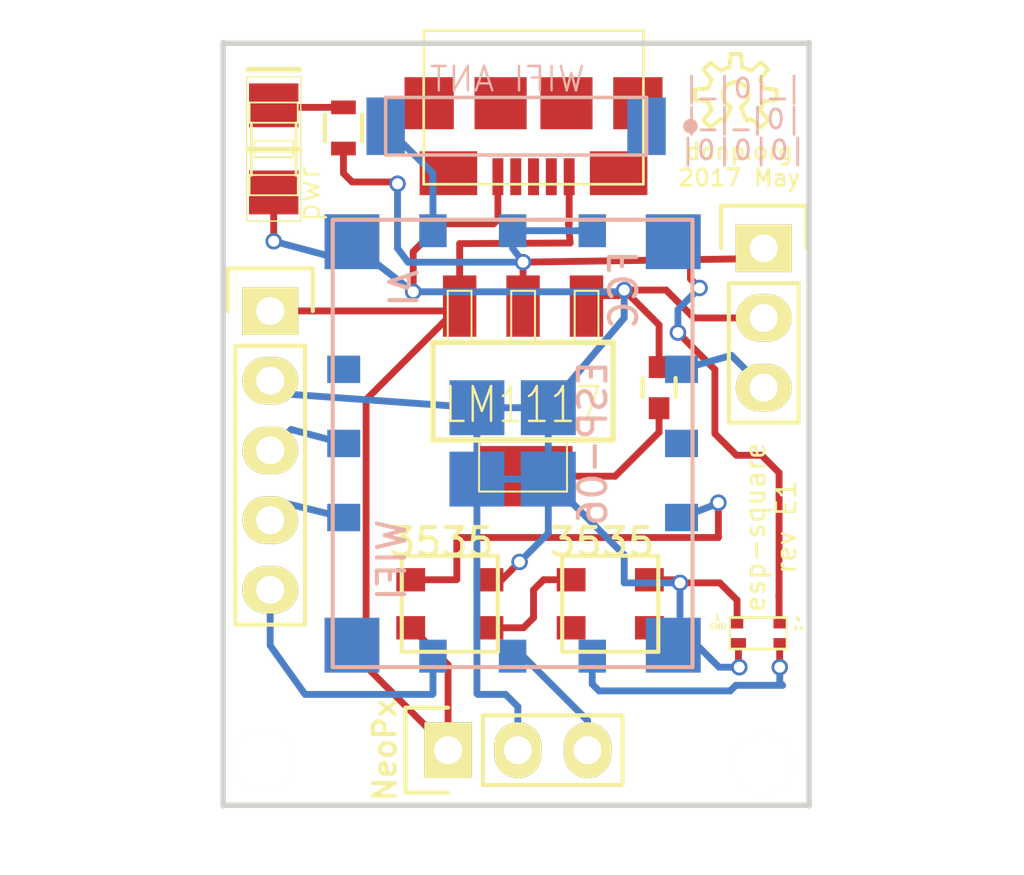
<source format=kicad_pcb>
(kicad_pcb (version 4) (host pcbnew 4.0.5-e0-6337~49~ubuntu16.04.1)

  (general
    (links 0)
    (no_connects 0)
    (area 123.753213 35.8481 161.552287 73.668287)
    (thickness 1.6)
    (drawings 9)
    (tracks 153)
    (zones 0)
    (modules 16)
    (nets 1)
  )

  (page A4)
  (layers
    (0 F.Cu signal)
    (31 B.Cu signal)
    (32 B.Adhes user)
    (33 F.Adhes user)
    (34 B.Paste user)
    (35 F.Paste user)
    (36 B.SilkS user)
    (37 F.SilkS user)
    (38 B.Mask user)
    (39 F.Mask user)
    (40 Dwgs.User user)
    (41 Cmts.User user)
    (42 Eco1.User user)
    (43 Eco2.User user)
    (44 Edge.Cuts user)
    (45 Margin user)
    (46 B.CrtYd user)
    (47 F.CrtYd user)
    (48 B.Fab user)
    (49 F.Fab user)
  )

  (setup
    (last_trace_width 0.25)
    (trace_clearance 0.2)
    (zone_clearance 0.508)
    (zone_45_only no)
    (trace_min 0.2)
    (segment_width 0.2)
    (edge_width 0.2)
    (via_size 0.6)
    (via_drill 0.4)
    (via_min_size 0.4)
    (via_min_drill 0.3)
    (uvia_size 0.3)
    (uvia_drill 0.1)
    (uvias_allowed no)
    (uvia_min_size 0.2)
    (uvia_min_drill 0.1)
    (pcb_text_width 0.3)
    (pcb_text_size 1.5 1.5)
    (mod_edge_width 0.15)
    (mod_text_size 1 1)
    (mod_text_width 0.15)
    (pad_size 0.45 0.35)
    (pad_drill 0)
    (pad_to_mask_clearance 0.2)
    (aux_axis_origin 0 0)
    (visible_elements FFFEFF7F)
    (pcbplotparams
      (layerselection 0x010f0_ffffffff)
      (usegerberextensions true)
      (excludeedgelayer true)
      (linewidth 0.100000)
      (plotframeref false)
      (viasonmask false)
      (mode 1)
      (useauxorigin false)
      (hpglpennumber 1)
      (hpglpenspeed 20)
      (hpglpendiameter 15)
      (hpglpenoverlay 2)
      (psnegative false)
      (psa4output false)
      (plotreference true)
      (plotvalue true)
      (plotinvisibletext false)
      (padsonsilk false)
      (subtractmaskfromsilk false)
      (outputformat 1)
      (mirror false)
      (drillshape 0)
      (scaleselection 1)
      (outputdirectory /home/donp/osh/espsquare))
  )

  (net 0 "")

  (net_class Default "This is the default net class."
    (clearance 0.2)
    (trace_width 0.25)
    (via_dia 0.6)
    (via_drill 0.4)
    (uvia_dia 0.3)
    (uvia_drill 0.1)
  )

  (module ESP8266:ESP-06 (layer B.Cu) (tedit 57B8CC68) (tstamp 56EF2894)
    (at 142.494 52.578 270)
    (fp_text reference ESP-06 (at 0 -2.921 270) (layer B.SilkS)
      (effects (font (size 1 1) (thickness 0.15)) (justify mirror))
    )
    (fp_text value ESP-06 (at 0 0.5 270) (layer F.Fab)
      (effects (font (size 1 1) (thickness 0.15)))
    )
    (fp_text user AI (at -5.65 3.95 270) (layer B.SilkS)
      (effects (font (size 1 1) (thickness 0.15)) (justify mirror))
    )
    (fp_text user WIFI (at 4.25 4.4 270) (layer B.SilkS)
      (effects (font (size 1 1) (thickness 0.15)) (justify mirror))
    )
    (fp_text user FCC (at -5.6 -4.05 270) (layer B.SilkS)
      (effects (font (size 1 1) (thickness 0.15)) (justify mirror))
    )
    (fp_line (start -8.15 -6.55) (end 8.15 -6.55) (layer B.SilkS) (width 0.15))
    (fp_line (start 8.15 -6.55) (end 8.15 6.55) (layer B.SilkS) (width 0.15))
    (fp_line (start 8.15 6.55) (end -8.15 6.55) (layer B.SilkS) (width 0.15))
    (fp_line (start -8.15 6.55) (end -8.15 -6.55) (layer B.SilkS) (width 0.15))
    (pad GND smd rect (at -7.35 5.85 270) (size 2 2) (layers B.Cu B.Paste B.Mask))
    (pad GP5 smd rect (at 7.35 5.85 270) (size 2 2) (layers B.Cu B.Paste B.Mask))
    (pad GP16 smd rect (at -7.35 -5.85 270) (size 2 2) (layers B.Cu B.Paste B.Mask))
    (pad GP15 smd rect (at 7.35 -5.85 270) (size 2 2) (layers B.Cu B.Paste B.Mask))
    (pad GP14 smd rect (at -2.7 -6.15 270) (size 1 1.2) (layers B.Cu B.Paste B.Mask))
    (pad GP12 smd rect (at 0 -6.15 270) (size 1 1.2) (layers B.Cu B.Paste B.Mask))
    (pad GP13 smd rect (at 2.7 -6.15 270) (size 1 1.2) (layers B.Cu B.Paste B.Mask))
    (pad TX smd rect (at 0 6.15 270) (size 1 1.2) (layers B.Cu B.Paste B.Mask))
    (pad RST smd rect (at -2.7 6.15 270) (size 1 1.2) (layers B.Cu B.Paste B.Mask))
    (pad RX smd rect (at 2.7 6.15 270) (size 1 1.2) (layers B.Cu B.Paste B.Mask))
    (pad 3.3 smd rect (at -7.75 0 270) (size 1.2 1) (layers B.Cu B.Paste B.Mask))
    (pad CHPD smd rect (at -7.75 -2.9 270) (size 1.2 1) (layers B.Cu B.Paste B.Mask))
    (pad ANT smd rect (at -7.75 2.9 270) (size 1.2 1) (layers B.Cu B.Paste B.Mask))
    (pad GP2 smd rect (at 7.75 0 270) (size 1.2 1) (layers B.Cu B.Paste B.Mask))
    (pad GP0 smd rect (at 7.75 2.9 270) (size 1.2 1) (layers B.Cu B.Paste B.Mask))
    (pad GP4 smd rect (at 7.75 -2.9 270) (size 1.2 1) (layers B.Cu B.Paste B.Mask))
    (pad GND smd rect (at -1.3 1.3 270) (size 2 2) (layers B.Cu B.Paste B.Mask))
    (pad GND smd rect (at 1.3 1.3 270) (size 2 2) (layers B.Cu B.Paste B.Mask))
    (pad GND smd rect (at -1.3 -1.3 270) (size 2 2) (layers B.Cu B.Paste B.Mask))
    (pad GND smd rect (at 1.3 -1.3 270) (size 2 2) (layers B.Cu B.Paste B.Mask))
  )

  (module ws2812:3535 (layer F.Cu) (tedit 57B9E32A) (tstamp 57DD5BD7)
    (at 146.05 58.42 180)
    (fp_text reference 3535 (at 0.3 2.25 180) (layer F.SilkS)
      (effects (font (size 1 1) (thickness 0.15)))
    )
    (fp_text value 3535 (at 0.05 -2.2 180) (layer F.Fab)
      (effects (font (size 1 1) (thickness 0.15)))
    )
    (fp_line (start 1.75 1.75) (end -1.75 1.75) (layer F.SilkS) (width 0.15))
    (fp_line (start -1.75 1.75) (end -1.75 -1.75) (layer F.SilkS) (width 0.15))
    (fp_line (start 1.75 -1.75) (end 1.75 1.75) (layer F.SilkS) (width 0.15))
    (fp_line (start -1.75 -1.75) (end 1.7 -1.75) (layer F.SilkS) (width 0.15))
    (pad IN smd rect (at 1.325 0.875 180) (size 1.05 0.85) (drill (offset 0.1 0)) (layers F.Cu F.Paste F.Mask))
    (pad VDD smd rect (at 1.325 -0.875 180) (size 1.05 0.85) (drill (offset 0.1 0)) (layers F.Cu F.Paste F.Mask))
    (pad VSS smd rect (at -1.325 0.875 180) (size 1.05 0.85) (drill (offset -0.1 0)) (layers F.Cu F.Paste F.Mask))
    (pad OUT smd rect (at -1.325 -0.875 180) (size 1.05 0.85) (drill (offset -0.1 0)) (layers F.Cu F.Paste F.Mask))
  )

  (module Mounting_Holes:MountingHole_2.2mm_M2 (layer F.Cu) (tedit 57BC20FF) (tstamp 57BE41FB)
    (at 133.477 64.135)
    (descr "Mounting Hole 2.2mm, no annular, M2")
    (tags "mounting hole 2.2mm no annular m2")
    (fp_text reference "" (at 0 -3.2) (layer F.SilkS)
      (effects (font (size 1 1) (thickness 0.15)))
    )
    (fp_text value MountingHole_2.2mm_M2 (at 0 3.2) (layer F.Fab)
      (effects (font (size 1 1) (thickness 0.15)))
    )
    (fp_circle (center 0 0) (end 2.2 0) (layer Cmts.User) (width 0.15))
    (fp_circle (center 0 0) (end 2.45 0) (layer F.CrtYd) (width 0.05))
    (pad 1 np_thru_hole circle (at 0 0) (size 2.2 2.2) (drill 2.2) (layers *.Cu *.Mask F.SilkS))
  )

  (module Pin_Headers:Pin_Header_Straight_1x03 (layer F.Cu) (tedit 57B8E39A) (tstamp 57BC01B3)
    (at 151.638 45.466)
    (descr "Through hole pin header")
    (tags "pin header")
    (fp_text reference "" (at 0 -2.3) (layer F.SilkS)
      (effects (font (size 0.8 0.9) (thickness 0.15)))
    )
    (fp_text value Pin_Header_Straight_1x03 (at 0 -3.1) (layer F.Fab) hide
      (effects (font (size 1 1) (thickness 0.15)))
    )
    (fp_line (start -1.75 -1.75) (end -1.75 6.85) (layer F.CrtYd) (width 0.05))
    (fp_line (start 1.75 -1.75) (end 1.75 6.85) (layer F.CrtYd) (width 0.05))
    (fp_line (start -1.75 -1.75) (end 1.75 -1.75) (layer F.CrtYd) (width 0.05))
    (fp_line (start -1.75 6.85) (end 1.75 6.85) (layer F.CrtYd) (width 0.05))
    (fp_line (start -1.27 1.27) (end -1.27 6.35) (layer F.SilkS) (width 0.15))
    (fp_line (start -1.27 6.35) (end 1.27 6.35) (layer F.SilkS) (width 0.15))
    (fp_line (start 1.27 6.35) (end 1.27 1.27) (layer F.SilkS) (width 0.15))
    (fp_line (start 1.55 -1.55) (end 1.55 0) (layer F.SilkS) (width 0.15))
    (fp_line (start 1.27 1.27) (end -1.27 1.27) (layer F.SilkS) (width 0.15))
    (fp_line (start -1.55 0) (end -1.55 -1.55) (layer F.SilkS) (width 0.15))
    (fp_line (start -1.55 -1.55) (end 1.55 -1.55) (layer F.SilkS) (width 0.15))
    (pad 1 thru_hole rect (at 0 0) (size 2.032 1.7272) (drill 1.016) (layers *.Cu *.Mask F.SilkS))
    (pad 2 thru_hole oval (at 0 2.54) (size 2.032 1.7272) (drill 1.016) (layers *.Cu *.Mask F.SilkS))
    (pad 3 thru_hole oval (at 0 5.08) (size 2.032 1.7272) (drill 1.016) (layers *.Cu *.Mask F.SilkS))
    (model Pin_Headers.3dshapes/Pin_Header_Straight_1x03.wrl
      (at (xyz 0 -0.1 0))
      (scale (xyz 1 1 1))
      (rotate (xyz 0 0 90))
    )
    (model Pin_Headers.3dshapes/Pin_Header_Straight_1x03.wrl
      (at (xyz 0 -0.1 0))
      (scale (xyz 1 1 1))
      (rotate (xyz 0 0 90))
    )
    (model Pin_Headers.3dshapes/Pin_Header_Straight_1x03.wrl
      (at (xyz 0 -0.1 0))
      (scale (xyz 1 1 1))
      (rotate (xyz 0 0 90))
    )
    (model Pin_Headers.3dshapes/Pin_Header_Straight_1x03.wrl
      (at (xyz 0 -0.1 0))
      (scale (xyz 1 1 1))
      (rotate (xyz 0 0 90))
    )
  )

  (module aalay:aalay-LED1206 (layer F.Cu) (tedit 57B713D9) (tstamp 56F9A37D)
    (at 133.7945 41.8465 90)
    (attr smd)
    (fp_text reference pwr (at -1.651 1.27 90) (layer F.SilkS)
      (effects (font (size 0.8 0.8) (thickness 0.0889)))
    )
    (fp_text value >VALUE (at 0.508 2.032 90) (layer B.SilkS) hide
      (effects (font (size 1.016 1.016) (thickness 0.0889)) (justify mirror))
    )
    (fp_line (start -1.6891 0.8763) (end -0.9525 0.8763) (layer F.SilkS) (width 0.06604))
    (fp_line (start -0.9525 0.8763) (end -0.9525 -0.8763) (layer F.SilkS) (width 0.06604))
    (fp_line (start -1.6891 -0.8763) (end -0.9525 -0.8763) (layer F.SilkS) (width 0.06604))
    (fp_line (start -1.6891 0.8763) (end -1.6891 -0.8763) (layer F.SilkS) (width 0.06604))
    (fp_line (start 0.9525 0.8763) (end 1.6891 0.8763) (layer F.SilkS) (width 0.06604))
    (fp_line (start 1.6891 0.8763) (end 1.6891 -0.8763) (layer F.SilkS) (width 0.06604))
    (fp_line (start 0.9525 -0.8763) (end 1.6891 -0.8763) (layer F.SilkS) (width 0.06604))
    (fp_line (start 0.9525 0.8763) (end 0.9525 -0.8763) (layer F.SilkS) (width 0.06604))
    (fp_line (start -0.29972 0.6985) (end 0.29972 0.6985) (layer F.SilkS) (width 0.06604))
    (fp_line (start 0.29972 0.6985) (end 0.29972 -0.6985) (layer F.SilkS) (width 0.06604))
    (fp_line (start -0.29972 -0.6985) (end 0.29972 -0.6985) (layer F.SilkS) (width 0.06604))
    (fp_line (start -0.29972 0.6985) (end -0.29972 -0.6985) (layer F.SilkS) (width 0.06604))
    (fp_line (start 0.9525 0.8128) (end -0.9652 0.8128) (layer F.SilkS) (width 0.1016))
    (fp_line (start 0.9525 -0.8128) (end -0.9652 -0.8128) (layer F.SilkS) (width 0.1016))
    (fp_line (start -2.63144 -0.98298) (end 2.63144 -0.98298) (layer F.SilkS) (width 0.0508))
    (fp_line (start 2.63144 -0.98298) (end 2.63144 0.98298) (layer F.SilkS) (width 0.0508))
    (fp_line (start 2.63144 0.98298) (end -2.63144 0.98298) (layer F.SilkS) (width 0.0508))
    (fp_line (start -2.63144 0.98298) (end -2.63144 -0.98298) (layer F.SilkS) (width 0.0508))
    (fp_line (start -0.03048 0.93472) (end -0.03048 -0.93472) (layer F.SilkS) (width 0.2032))
    (fp_line (start 2.88798 0.93472) (end 2.88798 -0.93472) (layer F.SilkS) (width 0.2032))
    (pad A smd rect (at -1.5875 0 90) (size 1.59766 1.80086) (layers F.Cu F.Paste F.Mask))
    (pad K smd rect (at 1.5875 0 90) (size 1.59766 1.80086) (layers F.Cu F.Paste F.Mask))
  )

  (module Pin_Headers:Pin_Header_Straight_1x03 (layer F.Cu) (tedit 57B8E513) (tstamp 56F7230E)
    (at 140.1445 63.754 90)
    (descr "Through hole pin header")
    (tags "pin header")
    (fp_text reference NeoPx (at 0 -2.3 90) (layer F.SilkS)
      (effects (font (size 0.8 0.8) (thickness 0.15)))
    )
    (fp_text value Pin_Header_Straight_1x03 (at 0 -3.1 90) (layer F.Fab) hide
      (effects (font (size 1 1) (thickness 0.15)))
    )
    (fp_line (start -1.75 -1.75) (end -1.75 6.85) (layer F.CrtYd) (width 0.05))
    (fp_line (start 1.75 -1.75) (end 1.75 6.85) (layer F.CrtYd) (width 0.05))
    (fp_line (start -1.75 -1.75) (end 1.75 -1.75) (layer F.CrtYd) (width 0.05))
    (fp_line (start -1.75 6.85) (end 1.75 6.85) (layer F.CrtYd) (width 0.05))
    (fp_line (start -1.27 1.27) (end -1.27 6.35) (layer F.SilkS) (width 0.15))
    (fp_line (start -1.27 6.35) (end 1.27 6.35) (layer F.SilkS) (width 0.15))
    (fp_line (start 1.27 6.35) (end 1.27 1.27) (layer F.SilkS) (width 0.15))
    (fp_line (start 1.55 -1.55) (end 1.55 0) (layer F.SilkS) (width 0.15))
    (fp_line (start 1.27 1.27) (end -1.27 1.27) (layer F.SilkS) (width 0.15))
    (fp_line (start -1.55 0) (end -1.55 -1.55) (layer F.SilkS) (width 0.15))
    (fp_line (start -1.55 -1.55) (end 1.55 -1.55) (layer F.SilkS) (width 0.15))
    (pad 1 thru_hole rect (at 0 0 90) (size 2.032 1.7272) (drill 1.016) (layers *.Cu *.Mask F.SilkS))
    (pad 2 thru_hole oval (at 0 2.54 90) (size 2.032 1.7272) (drill 1.016) (layers *.Cu *.Mask F.SilkS))
    (pad 3 thru_hole oval (at 0 5.08 90) (size 2.032 1.7272) (drill 1.016) (layers *.Cu *.Mask F.SilkS))
    (model Pin_Headers.3dshapes/Pin_Header_Straight_1x03.wrl
      (at (xyz 0 -0.1 0))
      (scale (xyz 1 1 1))
      (rotate (xyz 0 0 90))
    )
    (model Pin_Headers.3dshapes/Pin_Header_Straight_1x03.wrl
      (at (xyz 0 -0.1 0))
      (scale (xyz 1 1 1))
      (rotate (xyz 0 0 90))
    )
  )

  (module aalay:aalay-SOT223 (layer F.Cu) (tedit 56F70B8E) (tstamp 56F03C8A)
    (at 142.875 50.673 180)
    (descr "SOT223 PACKAGE")
    (tags "SOT223 PACKAGE")
    (attr smd)
    (fp_text reference LM1117 (at 0 -0.5 180) (layer F.SilkS)
      (effects (font (size 1.27 1) (thickness 0.0889)))
    )
    (fp_text value >VALUE (at 1.27 0.6858 180) (layer B.SilkS) hide
      (effects (font (size 1.27 1.27) (thickness 0.0889)) (justify mirror))
    )
    (fp_line (start -1.6002 -1.80086) (end 1.6002 -1.80086) (layer F.SilkS) (width 0.06604))
    (fp_line (start 1.6002 -1.80086) (end 1.6002 -3.6576) (layer F.SilkS) (width 0.06604))
    (fp_line (start -1.6002 -3.6576) (end 1.6002 -3.6576) (layer F.SilkS) (width 0.06604))
    (fp_line (start -1.6002 -1.80086) (end -1.6002 -3.6576) (layer F.SilkS) (width 0.06604))
    (fp_line (start -0.4318 3.6576) (end 0.4318 3.6576) (layer F.SilkS) (width 0.06604))
    (fp_line (start 0.4318 3.6576) (end 0.4318 1.80086) (layer F.SilkS) (width 0.06604))
    (fp_line (start -0.4318 1.80086) (end 0.4318 1.80086) (layer F.SilkS) (width 0.06604))
    (fp_line (start -0.4318 3.6576) (end -0.4318 1.80086) (layer F.SilkS) (width 0.06604))
    (fp_line (start -2.7432 3.6576) (end -1.8796 3.6576) (layer F.SilkS) (width 0.06604))
    (fp_line (start -1.8796 3.6576) (end -1.8796 1.80086) (layer F.SilkS) (width 0.06604))
    (fp_line (start -2.7432 1.80086) (end -1.8796 1.80086) (layer F.SilkS) (width 0.06604))
    (fp_line (start -2.7432 3.6576) (end -2.7432 1.80086) (layer F.SilkS) (width 0.06604))
    (fp_line (start 1.8796 3.6576) (end 2.7432 3.6576) (layer F.SilkS) (width 0.06604))
    (fp_line (start 2.7432 3.6576) (end 2.7432 1.80086) (layer F.SilkS) (width 0.06604))
    (fp_line (start 1.8796 1.80086) (end 2.7432 1.80086) (layer F.SilkS) (width 0.06604))
    (fp_line (start 1.8796 3.6576) (end 1.8796 1.80086) (layer F.SilkS) (width 0.06604))
    (fp_line (start -1.6002 -1.80086) (end 1.6002 -1.80086) (layer F.SilkS) (width 0.06604))
    (fp_line (start 1.6002 -1.80086) (end 1.6002 -3.6576) (layer F.SilkS) (width 0.06604))
    (fp_line (start -1.6002 -3.6576) (end 1.6002 -3.6576) (layer F.SilkS) (width 0.06604))
    (fp_line (start -1.6002 -1.80086) (end -1.6002 -3.6576) (layer F.SilkS) (width 0.06604))
    (fp_line (start -0.4318 3.6576) (end 0.4318 3.6576) (layer F.SilkS) (width 0.06604))
    (fp_line (start 0.4318 3.6576) (end 0.4318 1.80086) (layer F.SilkS) (width 0.06604))
    (fp_line (start -0.4318 1.80086) (end 0.4318 1.80086) (layer F.SilkS) (width 0.06604))
    (fp_line (start -0.4318 3.6576) (end -0.4318 1.80086) (layer F.SilkS) (width 0.06604))
    (fp_line (start -2.7432 3.6576) (end -1.8796 3.6576) (layer F.SilkS) (width 0.06604))
    (fp_line (start -1.8796 3.6576) (end -1.8796 1.80086) (layer F.SilkS) (width 0.06604))
    (fp_line (start -2.7432 1.80086) (end -1.8796 1.80086) (layer F.SilkS) (width 0.06604))
    (fp_line (start -2.7432 3.6576) (end -2.7432 1.80086) (layer F.SilkS) (width 0.06604))
    (fp_line (start 1.8796 3.6576) (end 2.7432 3.6576) (layer F.SilkS) (width 0.06604))
    (fp_line (start 2.7432 3.6576) (end 2.7432 1.80086) (layer F.SilkS) (width 0.06604))
    (fp_line (start 1.8796 1.80086) (end 2.7432 1.80086) (layer F.SilkS) (width 0.06604))
    (fp_line (start 1.8796 3.6576) (end 1.8796 1.80086) (layer F.SilkS) (width 0.06604))
    (fp_line (start 3.2766 -1.778) (end 3.2766 1.778) (layer F.SilkS) (width 0.2032))
    (fp_line (start 3.2766 1.778) (end -3.2766 1.778) (layer F.SilkS) (width 0.2032))
    (fp_line (start -3.2766 1.778) (end -3.2766 -1.778) (layer F.SilkS) (width 0.2032))
    (fp_line (start -3.2766 -1.778) (end 3.2766 -1.778) (layer F.SilkS) (width 0.2032))
    (pad GND smd rect (at -2.30886 3.0988 180) (size 1.21666 2.23266) (layers F.Cu F.Paste F.Mask))
    (pad OUT smd rect (at 0 3.0988 180) (size 1.21666 2.23266) (layers F.Cu F.Paste F.Mask))
    (pad IN smd rect (at 2.30886 3.0988 180) (size 1.21666 2.23266) (layers F.Cu F.Paste F.Mask))
    (pad OUT smd rect (at 0 -3.0988 180) (size 3.59918 2.19964) (layers F.Cu F.Paste F.Mask))
  )

  (module OPL-Antenna:OPL-Antenna-ANT2-SMD-9.5X2.1X1.0MM (layer B.Cu) (tedit 577AC5CE) (tstamp 56EF2E24)
    (at 142.621 41.021 180)
    (attr smd)
    (fp_text reference "WIFI ANT" (at 0.3175 1.7145 180) (layer B.SilkS)
      (effects (font (size 0.889 0.889) (thickness 0.0889)) (justify mirror))
    )
    (fp_text value >VALUE (at 0.762 -2.0955 180) (layer F.SilkS) hide
      (effects (font (size 0.889 0.889) (thickness 0.0889)))
    )
    (fp_line (start -4.7498 -1.04902) (end 4.7498 -1.04902) (layer B.SilkS) (width 0.06604))
    (fp_line (start 4.7498 -1.04902) (end 4.7498 1.04902) (layer B.SilkS) (width 0.06604))
    (fp_line (start -4.7498 1.04902) (end 4.7498 1.04902) (layer B.SilkS) (width 0.06604))
    (fp_line (start -4.7498 -1.04902) (end -4.7498 1.04902) (layer B.SilkS) (width 0.06604))
    (fp_line (start -4.7498 1.04902) (end 4.7498 1.04902) (layer B.SilkS) (width 0.127))
    (fp_line (start 4.7498 1.04902) (end 4.7498 -1.04902) (layer B.SilkS) (width 0.127))
    (fp_line (start 4.7498 -1.04902) (end -4.7498 -1.04902) (layer B.SilkS) (width 0.127))
    (fp_line (start -4.7498 -1.04902) (end -4.7498 1.04902) (layer B.SilkS) (width 0.127))
    (fp_circle (center -6.35 0) (end -6.5405 -0.1905) (layer B.SilkS) (width 0))
    (pad 1 smd rect (at -4.7498 0 180) (size 1.39954 2.09804) (layers B.Cu B.Paste B.Mask))
    (pad 2 smd rect (at 4.7498 0 180) (size 1.39954 2.09804) (layers B.Cu B.Paste B.Mask))
  )

  (module Resistors_SMD:R_0603 (layer F.Cu) (tedit 57B8D37B) (tstamp 577AC355)
    (at 136.3345 41.0845 90)
    (descr "Resistor SMD 0603, reflow soldering, Vishay (see dcrcw.pdf)")
    (tags "resistor 0603")
    (attr smd)
    (fp_text reference "" (at 0 -1.9 90) (layer F.SilkS)
      (effects (font (size 1 1) (thickness 0.15)))
    )
    (fp_text value R_0603 (at 0 1.9 90) (layer F.Fab)
      (effects (font (size 0.5 0.5) (thickness 0.125)))
    )
    (fp_line (start -1.3 -0.8) (end 1.3 -0.8) (layer F.CrtYd) (width 0.05))
    (fp_line (start -1.3 0.8) (end 1.3 0.8) (layer F.CrtYd) (width 0.05))
    (fp_line (start -1.3 -0.8) (end -1.3 0.8) (layer F.CrtYd) (width 0.05))
    (fp_line (start 1.3 -0.8) (end 1.3 0.8) (layer F.CrtYd) (width 0.05))
    (fp_line (start 0.5 0.675) (end -0.5 0.675) (layer F.SilkS) (width 0.15))
    (fp_line (start -0.5 -0.675) (end 0.5 -0.675) (layer F.SilkS) (width 0.15))
    (pad 1 smd rect (at -0.75 0 90) (size 0.5 0.9) (layers F.Cu F.Paste F.Mask))
    (pad 2 smd rect (at 0.75 0 90) (size 0.5 0.9) (layers F.Cu F.Paste F.Mask))
    (model Resistors_SMD.3dshapes/R_0603.wrl
      (at (xyz 0 0 0))
      (scale (xyz 1 1 1))
      (rotate (xyz 0 0 0))
    )
    (model Resistors_SMD.3dshapes/R_0603.wrl
      (at (xyz 0 0 0))
      (scale (xyz 1 1 1))
      (rotate (xyz 0 0 0))
    )
    (model Resistors_SMD.3dshapes/R_0603.wrl
      (at (xyz 0 0 0))
      (scale (xyz 1 1 1))
      (rotate (xyz 0 0 0))
    )
    (model Resistors_SMD.3dshapes/R_0603.wrl
      (at (xyz 0 0 0))
      (scale (xyz 1 1 1))
      (rotate (xyz 0 0 0))
    )
  )

  (module Capacitors_SMD:C_0603 (layer F.Cu) (tedit 57B556AC) (tstamp 57B66417)
    (at 147.828 50.546 90)
    (descr "Capacitor SMD 0603, reflow soldering, AVX (see smccp.pdf)")
    (tags "capacitor 0603")
    (attr smd)
    (fp_text reference "" (at 0 -1.9 90) (layer F.SilkS)
      (effects (font (size 1 1) (thickness 0.15)))
    )
    (fp_text value C_0603 (at 0 1.9 90) (layer F.Fab)
      (effects (font (size 1 1) (thickness 0.15)))
    )
    (fp_line (start -1.45 -0.75) (end 1.45 -0.75) (layer F.CrtYd) (width 0.05))
    (fp_line (start -1.45 0.75) (end 1.45 0.75) (layer F.CrtYd) (width 0.05))
    (fp_line (start -1.45 -0.75) (end -1.45 0.75) (layer F.CrtYd) (width 0.05))
    (fp_line (start 1.45 -0.75) (end 1.45 0.75) (layer F.CrtYd) (width 0.05))
    (fp_line (start -0.35 -0.6) (end 0.35 -0.6) (layer F.SilkS) (width 0.15))
    (fp_line (start 0.35 0.6) (end -0.35 0.6) (layer F.SilkS) (width 0.15))
    (pad 1 smd rect (at -0.75 0 90) (size 0.8 0.75) (layers F.Cu F.Paste F.Mask))
    (pad 2 smd rect (at 0.75 0 90) (size 0.8 0.75) (layers F.Cu F.Paste F.Mask))
    (model Capacitors_SMD.3dshapes/C_0603.wrl
      (at (xyz 0 0 0))
      (scale (xyz 1 1 1))
      (rotate (xyz 0 0 0))
    )
    (model Capacitors_SMD.3dshapes/C_0603.wrl
      (at (xyz 0 0 0))
      (scale (xyz 1 1 1))
      (rotate (xyz 0 0 0))
    )
  )

  (module aalay:aalay-OSHW_LOGO_S (layer F.Cu) (tedit 200000) (tstamp 57B820CA)
    (at 150.622 39.878)
    (attr virtual)
    (fp_text reference "" (at 0 0) (layer F.SilkS)
      (effects (font (thickness 0.15)))
    )
    (fp_text value "" (at 0 0) (layer F.SilkS)
      (effects (font (thickness 0.15)))
    )
    (fp_line (start 0.3937 0.9525) (end 0.5461 0.87376) (layer F.SilkS) (width 0.14986))
    (fp_line (start 0.5461 0.87376) (end 0.92202 1.1811) (layer F.SilkS) (width 0.14986))
    (fp_line (start 0.92202 1.1811) (end 1.1811 0.92202) (layer F.SilkS) (width 0.14986))
    (fp_line (start 1.1811 0.92202) (end 0.87376 0.5461) (layer F.SilkS) (width 0.14986))
    (fp_line (start 0.87376 0.5461) (end 0.9525 0.3937) (layer F.SilkS) (width 0.14986))
    (fp_line (start 0.9525 0.3937) (end 1.0033 0.23114) (layer F.SilkS) (width 0.14986))
    (fp_line (start 1.0033 0.23114) (end 1.48844 0.18034) (layer F.SilkS) (width 0.14986))
    (fp_line (start 1.48844 0.18034) (end 1.48844 -0.18034) (layer F.SilkS) (width 0.14986))
    (fp_line (start 1.48844 -0.18034) (end 1.0033 -0.23114) (layer F.SilkS) (width 0.14986))
    (fp_line (start 1.0033 -0.23114) (end 0.9525 -0.3937) (layer F.SilkS) (width 0.14986))
    (fp_line (start 0.9525 -0.3937) (end 0.87376 -0.5461) (layer F.SilkS) (width 0.14986))
    (fp_line (start 0.87376 -0.5461) (end 1.1811 -0.92202) (layer F.SilkS) (width 0.14986))
    (fp_line (start 1.1811 -0.92202) (end 0.92202 -1.1811) (layer F.SilkS) (width 0.14986))
    (fp_line (start 0.92202 -1.1811) (end 0.5461 -0.87376) (layer F.SilkS) (width 0.14986))
    (fp_line (start 0.5461 -0.87376) (end 0.3937 -0.9525) (layer F.SilkS) (width 0.14986))
    (fp_line (start 0.3937 -0.9525) (end 0.23114 -1.0033) (layer F.SilkS) (width 0.14986))
    (fp_line (start 0.23114 -1.0033) (end 0.18034 -1.48844) (layer F.SilkS) (width 0.14986))
    (fp_line (start 0.18034 -1.48844) (end -0.18034 -1.48844) (layer F.SilkS) (width 0.14986))
    (fp_line (start -0.18034 -1.48844) (end -0.23114 -1.0033) (layer F.SilkS) (width 0.14986))
    (fp_line (start -0.23114 -1.0033) (end -0.3937 -0.9525) (layer F.SilkS) (width 0.14986))
    (fp_line (start -0.3937 -0.9525) (end -0.5461 -0.87376) (layer F.SilkS) (width 0.14986))
    (fp_line (start -0.5461 -0.87376) (end -0.92202 -1.1811) (layer F.SilkS) (width 0.14986))
    (fp_line (start -0.92202 -1.1811) (end -1.1811 -0.92202) (layer F.SilkS) (width 0.14986))
    (fp_line (start -1.1811 -0.92202) (end -0.87376 -0.5461) (layer F.SilkS) (width 0.14986))
    (fp_line (start -0.87376 -0.5461) (end -0.9525 -0.3937) (layer F.SilkS) (width 0.14986))
    (fp_line (start -0.9525 -0.3937) (end -1.0033 -0.23114) (layer F.SilkS) (width 0.14986))
    (fp_line (start -1.0033 -0.23114) (end -1.48844 -0.18034) (layer F.SilkS) (width 0.14986))
    (fp_line (start -1.48844 -0.18034) (end -1.48844 0.18034) (layer F.SilkS) (width 0.14986))
    (fp_line (start -1.48844 0.18034) (end -1.0033 0.23114) (layer F.SilkS) (width 0.14986))
    (fp_line (start -1.0033 0.23114) (end -0.9525 0.3937) (layer F.SilkS) (width 0.14986))
    (fp_line (start -0.9525 0.3937) (end -0.87376 0.5461) (layer F.SilkS) (width 0.14986))
    (fp_line (start -0.87376 0.5461) (end -1.1811 0.92202) (layer F.SilkS) (width 0.14986))
    (fp_line (start -1.1811 0.92202) (end -0.92202 1.1811) (layer F.SilkS) (width 0.14986))
    (fp_line (start -0.92202 1.1811) (end -0.5461 0.87376) (layer F.SilkS) (width 0.14986))
    (fp_line (start -0.5461 0.87376) (end -0.3937 0.9525) (layer F.SilkS) (width 0.14986))
    (fp_line (start -0.3937 0.9525) (end -0.1778 0.4318) (layer F.SilkS) (width 0.14986))
    (fp_line (start -0.1778 0.4318) (end -0.27432 0.37846) (layer F.SilkS) (width 0.14986))
    (fp_line (start -0.27432 0.37846) (end -0.3556 0.30226) (layer F.SilkS) (width 0.14986))
    (fp_line (start -0.3556 0.30226) (end -0.41656 0.21082) (layer F.SilkS) (width 0.14986))
    (fp_line (start -0.41656 0.21082) (end -0.45466 0.10922) (layer F.SilkS) (width 0.14986))
    (fp_line (start -0.45466 0.10922) (end -0.46736 0) (layer F.SilkS) (width 0.14986))
    (fp_line (start -0.46736 0) (end -0.45466 -0.10922) (layer F.SilkS) (width 0.14986))
    (fp_line (start -0.45466 -0.10922) (end -0.41402 -0.2159) (layer F.SilkS) (width 0.14986))
    (fp_line (start -0.41402 -0.2159) (end -0.35052 -0.30734) (layer F.SilkS) (width 0.14986))
    (fp_line (start -0.35052 -0.30734) (end -0.2667 -0.38354) (layer F.SilkS) (width 0.14986))
    (fp_line (start -0.2667 -0.38354) (end -0.16764 -0.43434) (layer F.SilkS) (width 0.14986))
    (fp_line (start -0.16764 -0.43434) (end -0.06096 -0.46228) (layer F.SilkS) (width 0.14986))
    (fp_line (start -0.06096 -0.46228) (end 0.0508 -0.46482) (layer F.SilkS) (width 0.14986))
    (fp_line (start 0.0508 -0.46482) (end 0.16002 -0.43942) (layer F.SilkS) (width 0.14986))
    (fp_line (start 0.16002 -0.43942) (end 0.25908 -0.38862) (layer F.SilkS) (width 0.14986))
    (fp_line (start 0.25908 -0.38862) (end 0.34544 -0.31496) (layer F.SilkS) (width 0.14986))
    (fp_line (start 0.34544 -0.31496) (end 0.40894 -0.22352) (layer F.SilkS) (width 0.14986))
    (fp_line (start 0.40894 -0.22352) (end 0.45212 -0.11938) (layer F.SilkS) (width 0.14986))
    (fp_line (start 0.45212 -0.11938) (end 0.46736 -0.01016) (layer F.SilkS) (width 0.14986))
    (fp_line (start 0.46736 -0.01016) (end 0.4572 0.09906) (layer F.SilkS) (width 0.14986))
    (fp_line (start 0.4572 0.09906) (end 0.4191 0.20574) (layer F.SilkS) (width 0.14986))
    (fp_line (start 0.4191 0.20574) (end 0.35814 0.29972) (layer F.SilkS) (width 0.14986))
    (fp_line (start 0.35814 0.29972) (end 0.27686 0.37592) (layer F.SilkS) (width 0.14986))
    (fp_line (start 0.27686 0.37592) (end 0.1778 0.4318) (layer F.SilkS) (width 0.14986))
    (fp_line (start 0.1778 0.4318) (end 0.3937 0.9525) (layer F.SilkS) (width 0.14986))
  )

  (module open-project:MICRO-B_USB (layer F.Cu) (tedit 57DD5C72) (tstamp 57BAEA7E)
    (at 143.256 38.735 180)
    (fp_text reference "" (at 0 -5.842 180) (layer F.SilkS)
      (effects (font (size 0.762 0.762) (thickness 0.127)))
    )
    (fp_text value "" (at -0.05 2.09 180) (layer F.SilkS)
      (effects (font (size 0.762 0.762) (thickness 0.127)))
    )
    (fp_line (start -4.0005 1.00076) (end -4.0005 1.19888) (layer F.SilkS) (width 0.09906))
    (fp_line (start 4.0005 1.00076) (end 4.0005 1.19888) (layer F.SilkS) (width 0.09906))
    (fp_line (start -4.0005 -4.39928) (end 4.0005 -4.39928) (layer F.SilkS) (width 0.09906))
    (fp_line (start 4.0005 -4.39928) (end 4.0005 1.00076) (layer F.SilkS) (width 0.09906))
    (fp_line (start 4.0005 1.19888) (end -4.0005 1.19888) (layer F.SilkS) (width 0.09906))
    (fp_line (start -4.0005 1.00076) (end -4.0005 -4.39928) (layer F.SilkS) (width 0.09906))
    (pad "" smd rect (at -1.19888 -1.4478 180) (size 1.89738 1.89738) (layers F.Cu F.Paste F.Mask))
    (pad "" smd rect (at 1.19888 -1.4478 180) (size 1.89992 1.89738) (layers F.Cu F.Paste F.Mask))
    (pad "" smd rect (at 3.79984 -1.4478 180) (size 1.79578 1.89738) (layers F.Cu F.Paste F.Mask))
    (pad "" smd rect (at -3.0988 -3.99796 180) (size 2.0955 1.59766) (layers F.Cu F.Paste F.Mask))
    (pad +5 smd rect (at -1.29794 -4.12496 180) (size 0.39878 1.3462) (layers F.Cu F.Paste F.Mask)
      (clearance 0.2032))
    (pad 2 smd rect (at -0.6477 -4.12496 180) (size 0.39878 1.3462) (layers F.Cu F.Paste F.Mask)
      (clearance 0.2032))
    (pad 3 smd rect (at 0 -4.12496 180) (size 0.39878 1.3462) (layers F.Cu F.Paste F.Mask)
      (clearance 0.2032))
    (pad 4 smd rect (at 0.6477 -4.12496 180) (size 0.39878 1.3462) (layers F.Cu F.Paste F.Mask)
      (clearance 0.2032))
    (pad GND smd rect (at 1.29794 -4.12496 180) (size 0.39878 1.3462) (layers F.Cu F.Paste F.Mask)
      (clearance 0.2032))
    (pad "" smd rect (at 3.0988 -3.99796 180) (size 2.0955 1.59766) (layers F.Cu F.Paste F.Mask))
    (pad "" smd rect (at -3.79984 -1.4478 180) (size 1.79578 1.89738) (layers F.Cu F.Paste F.Mask))
  )

  (module Pin_Headers:Pin_Header_Straight_1x05 (layer F.Cu) (tedit 57B8E008) (tstamp 57BBFF38)
    (at 133.6675 47.752)
    (descr "Through hole pin header")
    (tags "pin header")
    (fp_text reference "" (at 0 -5.1) (layer F.SilkS)
      (effects (font (size 1 1) (thickness 0.15)))
    )
    (fp_text value Pin_Header_Straight_1x05 (at 0 -3.1) (layer F.Fab)
      (effects (font (size 1 1) (thickness 0.15)))
    )
    (fp_line (start -1.55 0) (end -1.55 -1.55) (layer F.SilkS) (width 0.15))
    (fp_line (start -1.55 -1.55) (end 1.55 -1.55) (layer F.SilkS) (width 0.15))
    (fp_line (start 1.55 -1.55) (end 1.55 0) (layer F.SilkS) (width 0.15))
    (fp_line (start -1.75 -1.75) (end -1.75 11.95) (layer F.CrtYd) (width 0.05))
    (fp_line (start 1.75 -1.75) (end 1.75 11.95) (layer F.CrtYd) (width 0.05))
    (fp_line (start -1.75 -1.75) (end 1.75 -1.75) (layer F.CrtYd) (width 0.05))
    (fp_line (start -1.75 11.95) (end 1.75 11.95) (layer F.CrtYd) (width 0.05))
    (fp_line (start 1.27 1.27) (end 1.27 11.43) (layer F.SilkS) (width 0.15))
    (fp_line (start 1.27 11.43) (end -1.27 11.43) (layer F.SilkS) (width 0.15))
    (fp_line (start -1.27 11.43) (end -1.27 1.27) (layer F.SilkS) (width 0.15))
    (fp_line (start 1.27 1.27) (end -1.27 1.27) (layer F.SilkS) (width 0.15))
    (pad 1 thru_hole rect (at 0 0) (size 2.032 1.7272) (drill 1.016) (layers *.Cu *.Mask F.SilkS))
    (pad 2 thru_hole oval (at 0 2.54) (size 2.032 1.7272) (drill 1.016) (layers *.Cu *.Mask F.SilkS))
    (pad 3 thru_hole oval (at 0 5.08) (size 2.032 1.7272) (drill 1.016) (layers *.Cu *.Mask F.SilkS))
    (pad 4 thru_hole oval (at 0 7.62) (size 2.032 1.7272) (drill 1.016) (layers *.Cu *.Mask F.SilkS))
    (pad 5 thru_hole oval (at 0 10.16) (size 2.032 1.7272) (drill 1.016) (layers *.Cu *.Mask F.SilkS))
    (model Pin_Headers.3dshapes/Pin_Header_Straight_1x05.wrl
      (at (xyz 0 -0.2 0))
      (scale (xyz 1 1 1))
      (rotate (xyz 0 0 90))
    )
    (model Pin_Headers.3dshapes/Pin_Header_Straight_1x05.wrl
      (at (xyz 0 -0.2 0))
      (scale (xyz 1 1 1))
      (rotate (xyz 0 0 90))
    )
    (model Pin_Headers.3dshapes/Pin_Header_Straight_1x05.wrl
      (at (xyz 0 -0.2 0))
      (scale (xyz 1 1 1))
      (rotate (xyz 0 0 90))
    )
    (model Pin_Headers.3dshapes/Pin_Header_Straight_1x05.wrl
      (at (xyz 0 -0.2 0))
      (scale (xyz 1 1 1))
      (rotate (xyz 0 0 90))
    )
  )

  (module ws2812:3535 (layer F.Cu) (tedit 57B9E32A) (tstamp 57BA36BB)
    (at 140.208 58.42 180)
    (fp_text reference 3535 (at 0.3 2.25 180) (layer F.SilkS)
      (effects (font (size 1 1) (thickness 0.15)))
    )
    (fp_text value 3535 (at 0.05 -2.2 180) (layer F.Fab)
      (effects (font (size 1 1) (thickness 0.15)))
    )
    (fp_line (start 1.75 1.75) (end -1.75 1.75) (layer F.SilkS) (width 0.15))
    (fp_line (start -1.75 1.75) (end -1.75 -1.75) (layer F.SilkS) (width 0.15))
    (fp_line (start 1.75 -1.75) (end 1.75 1.75) (layer F.SilkS) (width 0.15))
    (fp_line (start -1.75 -1.75) (end 1.7 -1.75) (layer F.SilkS) (width 0.15))
    (pad IN smd rect (at 1.325 0.875 180) (size 1.05 0.85) (drill (offset 0.1 0)) (layers F.Cu F.Paste F.Mask))
    (pad VDD smd rect (at 1.325 -0.875 180) (size 1.05 0.85) (drill (offset 0.1 0)) (layers F.Cu F.Paste F.Mask))
    (pad VSS smd rect (at -1.325 0.875 180) (size 1.05 0.85) (drill (offset -0.1 0)) (layers F.Cu F.Paste F.Mask))
    (pad OUT smd rect (at -1.325 -0.875 180) (size 1.05 0.85) (drill (offset -0.1 0)) (layers F.Cu F.Paste F.Mask))
  )

  (module Mounting_Holes:MountingHole_2.2mm_M2 (layer F.Cu) (tedit 57BC20F9) (tstamp 57BE41E9)
    (at 151.638 64.262)
    (descr "Mounting Hole 2.2mm, no annular, M2")
    (tags "mounting hole 2.2mm no annular m2")
    (fp_text reference "" (at 0 -3.2) (layer F.SilkS)
      (effects (font (size 1 1) (thickness 0.15)))
    )
    (fp_text value MountingHole_2.2mm_M2 (at 0 3.2) (layer F.Fab)
      (effects (font (size 1 1) (thickness 0.15)))
    )
    (fp_circle (center 0 0) (end 2.2 0) (layer Cmts.User) (width 0.15))
    (fp_circle (center 0 0) (end 2.45 0) (layer F.CrtYd) (width 0.05))
    (pad 1 np_thru_hole circle (at 0 0) (size 2.2 2.2) (drill 2.2) (layers *.Cu *.Mask F.SilkS))
  )

  (module veml-rgb:VEML6040 (layer F.Cu) (tedit 58E1D1ED) (tstamp 58E21996)
    (at 151.6126 58.42)
    (fp_text reference "" (at 0.24 2.46) (layer F.SilkS)
      (effects (font (size 1 1) (thickness 0.15)))
    )
    (fp_text value VEML6040 (at 0 -0.5) (layer F.Fab)
      (effects (font (size 1 1) (thickness 0.15)))
    )
    (fp_line (start -1.2 0.5) (end -1.2 1.65) (layer F.SilkS) (width 0.06))
    (fp_line (start -1.2 1.65) (end 0.86 1.65) (layer F.SilkS) (width 0.1))
    (fp_line (start 0.86 1.65) (end 0.86 0.5) (layer F.SilkS) (width 0.06))
    (fp_line (start -1.2 0.5) (end 0.86 0.5) (layer F.SilkS) (width 0.1))
    (pad GND smd rect (at -0.945 0.725) (size 0.45 0.35) (layers F.Cu F.Paste F.Mask))
    (pad +V smd rect (at 0.605 0.725) (size 0.45 0.35) (layers F.Cu F.Paste F.Mask))
    (pad 3 smd rect (at 0.605 1.425) (size 0.45 0.35) (layers F.Cu F.Paste F.Mask))
    (pad 4 smd rect (at -0.895 1.425) (size 0.55 0.35) (layers F.Cu F.Paste F.Mask))
  )

  (gr_text "1\nGND" (at 149.9616 59.0804) (layer F.SilkS)
    (effects (font (size 0.2 0.2) (thickness 0.05)))
  )
  (gr_text "4\n+v" (at 152.8826 59.1312) (layer F.SilkS)
    (effects (font (size 0.2 0.2) (thickness 0.05)))
  )
  (gr_text "|_|0|_|\n|_|_|0|\n|0|0|0|" (at 150.876 40.767) (layer B.SilkS)
    (effects (font (size 0.7 0.7) (thickness 0.1)))
  )
  (gr_text "esp-square\nrev E1" (at 151.892 55.626 90) (layer F.SilkS)
    (effects (font (size 0.7 0.7) (thickness 0.1)))
  )
  (gr_line (start 153.289 65.786) (end 153.289 37.973) (angle 90) (layer Edge.Cuts) (width 0.2) (tstamp 57BAEB47))
  (gr_line (start 131.953 65.786) (end 131.953 37.973) (angle 90) (layer Edge.Cuts) (width 0.2))
  (gr_line (start 132 65.76) (end 153.3 65.76) (angle 90) (layer Edge.Cuts) (width 0.2))
  (gr_line (start 153.3 38) (end 132 38) (angle 90) (layer Edge.Cuts) (width 0.2))
  (gr_text "donp.org\n2017 May" (at 150.749 42.418) (layer F.SilkS)
    (effects (font (size 0.6 0.6) (thickness 0.1)))
  )

  (segment (start 148.59 57.658) (end 148.59 59.682) (width 0.25) (layer B.Cu) (net 0) (status 800000))
  (segment (start 148.59 59.682) (end 148.344 59.928) (width 0.25) (layer B.Cu) (net 0) (tstamp 59066895) (status C00000))
  (segment (start 148.344 59.928) (end 149.209 59.928) (width 0.25) (layer B.Cu) (net 0))
  (segment (start 149.209 59.928) (end 150.0124 60.7314) (width 0.25) (layer B.Cu) (net 0) (tstamp 58E21A4F))
  (segment (start 150.7176 60.7) (end 150.7176 59.845) (width 0.25) (layer F.Cu) (net 0) (tstamp 58E21A53))
  (segment (start 150.749 60.7314) (end 150.7176 60.7) (width 0.25) (layer F.Cu) (net 0) (tstamp 58E21A52))
  (via (at 150.749 60.7314) (size 0.6) (drill 0.4) (layers F.Cu B.Cu) (net 0))
  (segment (start 150.0124 60.7314) (end 150.749 60.7314) (width 0.25) (layer B.Cu) (net 0) (tstamp 58E21A50))
  (segment (start 145.394 60.328) (end 145.394 61.3454) (width 0.25) (layer B.Cu) (net 0))
  (segment (start 152.2176 60.7268) (end 152.2176 59.845) (width 0.25) (layer F.Cu) (net 0) (tstamp 58E21A4C))
  (segment (start 152.2222 60.7314) (end 152.2176 60.7268) (width 0.25) (layer F.Cu) (net 0) (tstamp 58E21A4B))
  (via (at 152.2222 60.7314) (size 0.6) (drill 0.4) (layers F.Cu B.Cu) (net 0))
  (segment (start 152.2222 61.2902) (end 152.2222 60.7314) (width 0.25) (layer B.Cu) (net 0) (tstamp 58E21A49))
  (segment (start 152.3238 61.3918) (end 152.2222 61.2902) (width 0.25) (layer B.Cu) (net 0) (tstamp 58E21A48))
  (segment (start 150.622 61.3918) (end 152.3238 61.3918) (width 0.25) (layer B.Cu) (net 0) (tstamp 58E21A47))
  (segment (start 150.4188 61.595) (end 150.622 61.3918) (width 0.25) (layer B.Cu) (net 0) (tstamp 58E21A46))
  (segment (start 145.6436 61.595) (end 150.4188 61.595) (width 0.25) (layer B.Cu) (net 0) (tstamp 58E21A45))
  (segment (start 145.394 61.3454) (end 145.6436 61.595) (width 0.25) (layer B.Cu) (net 0) (tstamp 58E21A44))
  (segment (start 150.6676 59.145) (end 150.6676 58.2878) (width 0.25) (layer F.Cu) (net 0))
  (segment (start 150.0378 57.658) (end 148.59 57.658) (width 0.25) (layer F.Cu) (net 0) (tstamp 58E21A41))
  (segment (start 150.6676 58.2878) (end 150.0378 57.658) (width 0.25) (layer F.Cu) (net 0) (tstamp 58E21A40))
  (segment (start 152.1968 58.1152) (end 152.1968 59.1242) (width 0.25) (layer F.Cu) (net 0))
  (segment (start 152.1968 59.1242) (end 152.2176 59.145) (width 0.25) (layer F.Cu) (net 0) (tstamp 58E21A3D))
  (segment (start 148.97037 45.881646) (end 148.97037 46.58297) (width 0.25) (layer F.Cu) (net 0))
  (segment (start 152.1968 53.6448) (end 152.1968 58.1152) (width 0.25) (layer F.Cu) (net 0) (tstamp 58E219AF))
  (segment (start 152.1968 58.1152) (end 152.1968 58.1914) (width 0.25) (layer F.Cu) (net 0) (tstamp 58E21A3B))
  (segment (start 151.5618 53.0098) (end 152.1968 53.6448) (width 0.25) (layer F.Cu) (net 0) (tstamp 58E219AE))
  (segment (start 150.6474 53.0098) (end 151.5618 53.0098) (width 0.25) (layer F.Cu) (net 0) (tstamp 58E219AD))
  (segment (start 149.86 52.2224) (end 150.6474 53.0098) (width 0.25) (layer F.Cu) (net 0) (tstamp 58E219AC))
  (segment (start 149.86 49.8856) (end 149.86 52.2224) (width 0.25) (layer F.Cu) (net 0) (tstamp 58E219AA))
  (segment (start 148.5138 48.5394) (end 149.86 49.8856) (width 0.25) (layer F.Cu) (net 0) (tstamp 58E219A9))
  (via (at 148.5138 48.5394) (size 0.6) (drill 0.4) (layers F.Cu B.Cu) (net 0))
  (segment (start 148.5138 47.7012) (end 148.5138 48.5394) (width 0.25) (layer B.Cu) (net 0) (tstamp 58E219A7))
  (segment (start 149.3012 46.9138) (end 148.5138 47.7012) (width 0.25) (layer B.Cu) (net 0) (tstamp 58E219A6))
  (via (at 149.3012 46.9138) (size 0.6) (drill 0.4) (layers F.Cu B.Cu) (net 0))
  (segment (start 148.97037 46.58297) (end 149.3012 46.9138) (width 0.25) (layer F.Cu) (net 0) (tstamp 58E219A4))
  (segment (start 142.6845 63.754) (end 142.6845 62.1665) (width 0.25) (layer B.Cu) (net 0))
  (segment (start 141.194 61.692) (end 141.194 53.878) (width 0.25) (layer B.Cu) (net 0) (tstamp 57DD5E7A))
  (segment (start 141.224 61.722) (end 141.194 61.692) (width 0.25) (layer B.Cu) (net 0) (tstamp 57DD5E79))
  (segment (start 142.24 61.722) (end 141.224 61.722) (width 0.25) (layer B.Cu) (net 0) (tstamp 57DD5E76))
  (segment (start 142.6845 62.1665) (end 142.24 61.722) (width 0.25) (layer B.Cu) (net 0) (tstamp 57DD5E72))
  (segment (start 142.494 60.328) (end 142.878 60.328) (width 0.25) (layer B.Cu) (net 0))
  (segment (start 142.878 60.328) (end 145.2245 62.6745) (width 0.25) (layer B.Cu) (net 0) (tstamp 57DD5E68))
  (segment (start 145.2245 62.6745) (end 145.2245 63.754) (width 0.25) (layer B.Cu) (net 0) (tstamp 57DD5E6C))
  (segment (start 147.375 57.545) (end 148.477 57.545) (width 0.25) (layer F.Cu) (net 0))
  (segment (start 148.59 57.658) (end 146.558 57.658) (width 0.25) (layer B.Cu) (net 0) (tstamp 57DD5DC2))
  (via (at 148.59 57.658) (size 0.6) (drill 0.4) (layers F.Cu B.Cu) (net 0))
  (segment (start 148.477 57.545) (end 148.59 57.658) (width 0.25) (layer F.Cu) (net 0) (tstamp 57DD5DBD))
  (segment (start 141.533 57.545) (end 142.099 57.545) (width 0.25) (layer F.Cu) (net 0))
  (segment (start 142.099 57.545) (end 142.748 56.896) (width 0.25) (layer F.Cu) (net 0) (tstamp 57DD5D82))
  (via (at 142.748 56.896) (size 0.6) (drill 0.4) (layers F.Cu B.Cu) (net 0))
  (segment (start 142.748 56.896) (end 143.794 55.85) (width 0.25) (layer B.Cu) (net 0) (tstamp 57DD5D86))
  (segment (start 143.794 55.85) (end 143.794 53.878) (width 0.25) (layer B.Cu) (net 0) (tstamp 57DD5D87))
  (segment (start 133.6675 47.752) (end 140.38834 47.752) (width 0.25) (layer F.Cu) (net 0))
  (segment (start 140.38834 47.752) (end 140.56614 47.5742) (width 0.25) (layer F.Cu) (net 0) (tstamp 57DD5D42))
  (segment (start 140.1445 63.754) (end 140.1445 63.6905) (width 0.25) (layer F.Cu) (net 0))
  (segment (start 140.1445 63.6905) (end 137.16 60.706) (width 0.25) (layer F.Cu) (net 0) (tstamp 57DD5D34))
  (segment (start 137.16 50.98034) (end 140.56614 47.5742) (width 0.25) (layer F.Cu) (net 0) (tstamp 57DD5D3E))
  (segment (start 137.16 60.706) (end 137.16 50.98034) (width 0.25) (layer F.Cu) (net 0) (tstamp 57DD5D36))
  (segment (start 141.533 59.295) (end 142.889 59.295) (width 0.25) (layer F.Cu) (net 0))
  (segment (start 143.623 57.545) (end 144.725 57.545) (width 0.25) (layer F.Cu) (net 0) (tstamp 57DD5C29))
  (segment (start 143.256 57.912) (end 143.623 57.545) (width 0.25) (layer F.Cu) (net 0) (tstamp 57DD5C27))
  (segment (start 143.256 58.928) (end 143.256 57.912) (width 0.25) (layer F.Cu) (net 0) (tstamp 57DD5C24))
  (segment (start 142.889 59.295) (end 143.256 58.928) (width 0.25) (layer F.Cu) (net 0) (tstamp 57DD5C20))
  (segment (start 146.558 56.642) (end 143.794 53.878) (width 0.25) (layer B.Cu) (net 0) (tstamp 57DD5B78))
  (segment (start 146.558 57.658) (end 146.558 56.642) (width 0.25) (layer B.Cu) (net 0) (tstamp 57DD5DCC))
  (segment (start 142.494 63.5635) (end 142.6845 63.754) (width 0.25) (layer B.Cu) (net 0) (tstamp 57DD5B44))
  (segment (start 138.883 57.545) (end 140.448 57.545) (width 0.25) (layer F.Cu) (net 0) (status 10))
  (segment (start 149.954 54.77) (end 148.644 55.278) (width 0.25) (layer B.Cu) (net 0) (tstamp 57BA378F) (status 20))
  (segment (start 149.987 54.737) (end 149.954 54.77) (width 0.25) (layer B.Cu) (net 0) (tstamp 57BA378E))
  (via (at 149.987 54.737) (size 0.6) (drill 0.4) (layers F.Cu B.Cu) (net 0))
  (segment (start 149.987 56.007) (end 149.987 54.737) (width 0.25) (layer F.Cu) (net 0) (tstamp 57BA378B))
  (segment (start 140.462 56.007) (end 149.987 56.007) (width 0.25) (layer F.Cu) (net 0) (tstamp 57BA378A))
  (segment (start 140.462 57.531) (end 140.462 56.007) (width 0.25) (layer F.Cu) (net 0) (tstamp 57BA3789))
  (segment (start 140.448 57.545) (end 140.462 57.531) (width 0.25) (layer F.Cu) (net 0) (tstamp 57BA3788))
  (segment (start 141.533 59.295) (end 141.533 59.508) (width 0.25) (layer F.Cu) (net 0) (status 30))
  (segment (start 138.883 59.295) (end 138.883 59.364) (width 0.25) (layer F.Cu) (net 0) (status 30))
  (segment (start 138.883 59.364) (end 140.1445 60.6425) (width 0.25) (layer F.Cu) (net 0) (tstamp 57BA3779) (status 10))
  (segment (start 140.1445 60.6425) (end 140.1445 63.754) (width 0.25) (layer F.Cu) (net 0) (tstamp 57BA377A))
  (segment (start 139.446 63.754) (end 140.1445 63.754) (width 0.25) (layer F.Cu) (net 0) (tstamp 57BB3B83))
  (segment (start 140.56614 48.15586) (end 140.1445 48.5775) (width 0.25) (layer F.Cu) (net 0) (tstamp 57BC02C0))
  (segment (start 148.344 59.928) (end 148.344 60.6345) (width 0.25) (layer B.Cu) (net 0) (status 10))
  (segment (start 148.644 49.878) (end 150.462 49.37) (width 0.25) (layer B.Cu) (net 0) (status 10))
  (segment (start 150.462 49.37) (end 151.638 50.546) (width 0.25) (layer B.Cu) (net 0) (tstamp 57BC0285))
  (segment (start 142.875 45.974) (end 148.97037 45.881646) (width 0.25) (layer F.Cu) (net 0))
  (segment (start 148.97037 45.881646) (end 151.257 45.847) (width 0.25) (layer F.Cu) (net 0) (tstamp 58E219A2))
  (segment (start 151.257 45.847) (end 151.638 45.466) (width 0.25) (layer F.Cu) (net 0) (tstamp 57BC0282))
  (segment (start 146.558 46.99) (end 148.082 46.99) (width 0.25) (layer F.Cu) (net 0))
  (segment (start 149.098 48.006) (end 151.638 48.006) (width 0.25) (layer F.Cu) (net 0) (tstamp 57BC027E))
  (segment (start 148.082 46.99) (end 149.098 48.006) (width 0.25) (layer F.Cu) (net 0) (tstamp 57BC027D))
  (segment (start 147.828 49.796) (end 147.828 48.26) (width 0.25) (layer F.Cu) (net 0))
  (segment (start 147.828 48.26) (end 146.558 46.99) (width 0.25) (layer F.Cu) (net 0) (tstamp 57BC01AD))
  (segment (start 142.875 53.7718) (end 146.2278 53.7718) (width 0.25) (layer F.Cu) (net 0))
  (segment (start 147.828 52.1716) (end 147.828 51.296) (width 0.25) (layer F.Cu) (net 0) (tstamp 57BC01AA))
  (segment (start 146.2278 53.7718) (end 147.828 52.1716) (width 0.25) (layer F.Cu) (net 0) (tstamp 57BC01A9))
  (segment (start 139.594 60.328) (end 139.594 61.701) (width 0.25) (layer B.Cu) (net 0) (status 10))
  (segment (start 133.6675 59.944) (end 133.6675 57.912) (width 0.25) (layer B.Cu) (net 0) (tstamp 57BC0093))
  (segment (start 134.9375 61.722) (end 133.6675 59.944) (width 0.25) (layer B.Cu) (net 0) (tstamp 57BC0092))
  (segment (start 139.573 61.722) (end 134.9375 61.722) (width 0.25) (layer B.Cu) (net 0) (tstamp 57BC0091))
  (segment (start 139.594 61.701) (end 139.573 61.722) (width 0.25) (layer B.Cu) (net 0) (tstamp 57BC0090))
  (segment (start 136.344 55.278) (end 134.2695 54.77) (width 0.25) (layer B.Cu) (net 0) (status 10))
  (segment (start 134.2695 54.77) (end 133.6675 55.372) (width 0.25) (layer B.Cu) (net 0) (tstamp 57BC008D))
  (segment (start 136.344 52.578) (end 134.4295 52.07) (width 0.25) (layer B.Cu) (net 0) (status 10))
  (segment (start 134.4295 52.07) (end 133.6675 52.832) (width 0.25) (layer B.Cu) (net 0) (tstamp 57BC008A))
  (segment (start 141.194 51.278) (end 134.1455 50.77) (width 0.25) (layer B.Cu) (net 0) (status 10))
  (segment (start 134.1455 50.77) (end 133.6675 50.292) (width 0.25) (layer B.Cu) (net 0) (tstamp 57BC0087))
  (segment (start 134.366 47.0535) (end 133.6675 47.752) (width 0.25) (layer F.Cu) (net 0) (tstamp 57BC0083))
  (segment (start 143.794 51.278) (end 143.794 53.878) (width 0.25) (layer B.Cu) (net 0) (status 30))
  (segment (start 143.794 53.878) (end 141.194 53.878) (width 0.25) (layer B.Cu) (net 0) (tstamp 57BAEE76) (status 30))
  (segment (start 141.194 53.878) (end 141.194 51.278) (width 0.25) (layer B.Cu) (net 0) (tstamp 57BAEE77) (status 30))
  (segment (start 141.194 51.278) (end 143.794 51.278) (width 0.25) (layer B.Cu) (net 0) (tstamp 57BAEE78) (status 30))
  (segment (start 146.558 46.99) (end 146.558 48.006) (width 0.25) (layer B.Cu) (net 0))
  (segment (start 146.558 48.006) (end 143.794 51.278) (width 0.25) (layer B.Cu) (net 0) (tstamp 57BAEE72) (status 20))
  (segment (start 136.644 45.228) (end 136.1915 45.228) (width 0.25) (layer B.Cu) (net 0) (status 30))
  (segment (start 136.1915 45.228) (end 135.6995 45.72) (width 0.25) (layer B.Cu) (net 0) (tstamp 57BAEE6A) (status 30))
  (segment (start 135.6995 45.72) (end 133.7945 45.212) (width 0.25) (layer B.Cu) (net 0) (tstamp 57BAEE6B) (status 10))
  (via (at 133.7945 45.212) (size 0.6) (drill 0.4) (layers F.Cu B.Cu) (net 0))
  (segment (start 133.7945 45.212) (end 133.7945 43.434) (width 0.25) (layer F.Cu) (net 0) (tstamp 57BAEE6D))
  (segment (start 136.3345 40.3345) (end 133.87 40.3345) (width 0.25) (layer F.Cu) (net 0))
  (segment (start 133.87 40.3345) (end 133.7945 40.259) (width 0.25) (layer F.Cu) (net 0) (tstamp 57BAEE60))
  (segment (start 142.875 45.974) (end 138.684 45.974) (width 0.25) (layer B.Cu) (net 0))
  (segment (start 136.3345 42.7355) (end 136.3345 41.8345) (width 0.25) (layer F.Cu) (net 0) (tstamp 57BAEE5D))
  (segment (start 136.652 43.053) (end 136.3345 42.7355) (width 0.25) (layer F.Cu) (net 0) (tstamp 57BAEE5C))
  (segment (start 138.2395 43.053) (end 136.652 43.053) (width 0.25) (layer F.Cu) (net 0) (tstamp 57BAEE5B))
  (segment (start 138.303 43.1165) (end 138.2395 43.053) (width 0.25) (layer F.Cu) (net 0) (tstamp 57BAEE5A))
  (via (at 138.303 43.1165) (size 0.6) (drill 0.4) (layers F.Cu B.Cu) (net 0))
  (segment (start 138.303 45.466) (end 138.303 43.1165) (width 0.25) (layer B.Cu) (net 0) (tstamp 57BAEE57))
  (segment (start 138.684 45.974) (end 138.303 45.466) (width 0.25) (layer B.Cu) (net 0) (tstamp 57BAEE56))
  (segment (start 142.875 47.5742) (end 142.875 45.974) (width 0.25) (layer F.Cu) (net 0) (status 10))
  (segment (start 142.494 45.466) (end 142.494 44.828) (width 0.25) (layer B.Cu) (net 0) (tstamp 57BAED58) (status 20))
  (segment (start 142.875 45.974) (end 142.494 45.466) (width 0.25) (layer B.Cu) (net 0) (tstamp 57BAED57))
  (via (at 142.875 45.974) (size 0.6) (drill 0.4) (layers F.Cu B.Cu) (net 0))
  (segment (start 138.8745 47.0535) (end 146.4945 47.0535) (width 0.25) (layer B.Cu) (net 0))
  (segment (start 146.3548 47.1932) (end 145.18386 47.1932) (width 0.25) (layer F.Cu) (net 0) (tstamp 57BAED26) (status 20))
  (segment (start 146.558 46.99) (end 146.3548 47.1932) (width 0.25) (layer F.Cu) (net 0) (tstamp 57BAED25))
  (via (at 146.558 46.99) (size 0.6) (drill 0.4) (layers F.Cu B.Cu) (net 0))
  (segment (start 146.4945 47.0535) (end 146.558 46.99) (width 0.25) (layer B.Cu) (net 0) (tstamp 57BAED23))
  (segment (start 141.95806 42.85996) (end 141.95806 44.42206) (width 0.25) (layer F.Cu) (net 0))
  (segment (start 138.8745 47.0535) (end 136.644 45.331) (width 0.25) (layer B.Cu) (net 0) (tstamp 57BAED0E) (status 20))
  (via (at 138.8745 47.0535) (size 0.6) (drill 0.4) (layers F.Cu B.Cu) (net 0))
  (segment (start 138.8745 45.593) (end 138.8745 47.0535) (width 0.25) (layer F.Cu) (net 0) (tstamp 57BAED0B))
  (segment (start 139.8905 44.577) (end 138.8745 45.593) (width 0.25) (layer F.Cu) (net 0) (tstamp 57BAED09))
  (segment (start 141.80312 44.577) (end 139.8905 44.577) (width 0.25) (layer F.Cu) (net 0) (tstamp 57BAED08))
  (segment (start 141.95806 44.42206) (end 141.80312 44.577) (width 0.25) (layer F.Cu) (net 0) (tstamp 57BAED07))
  (segment (start 136.644 45.331) (end 136.644 45.228) (width 0.25) (layer B.Cu) (net 0) (tstamp 57BAED0F) (status 30))
  (segment (start 144.55394 42.85996) (end 144.55394 44.60494) (width 0.25) (layer F.Cu) (net 0))
  (segment (start 140.56614 45.29836) (end 140.56614 47.1932) (width 0.25) (layer F.Cu) (net 0) (tstamp 57BAECF4) (status 20))
  (segment (start 144.5895 45.2755) (end 140.56614 45.29836) (width 0.25) (layer F.Cu) (net 0) (tstamp 57BAECF3))
  (segment (start 144.526 44.577) (end 144.5895 45.2755) (width 0.25) (layer F.Cu) (net 0) (tstamp 57BAECF2))
  (segment (start 144.55394 44.60494) (end 144.526 44.577) (width 0.25) (layer F.Cu) (net 0) (tstamp 57BAECF1))
  (segment (start 142.494 44.828) (end 145.394 44.828) (width 0.25) (layer B.Cu) (net 0) (status 30))
  (segment (start 139.594 44.828) (end 139.594 42.7438) (width 0.25) (layer B.Cu) (net 0) (status 10))
  (segment (start 139.594 42.7438) (end 137.8712 41.021) (width 0.25) (layer B.Cu) (net 0) (tstamp 57BAEC96))

)

</source>
